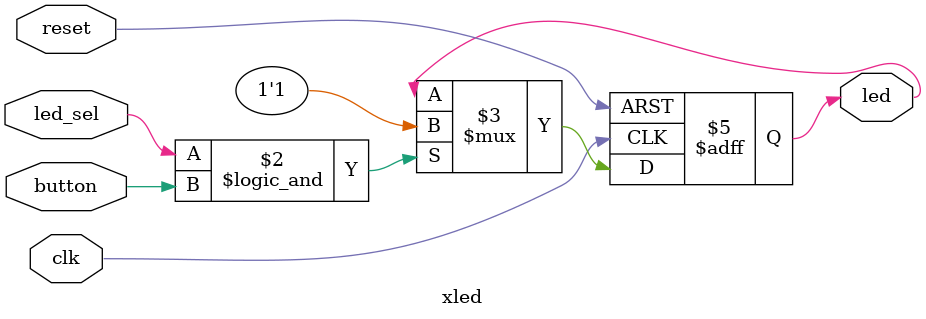
<source format=v>
`timescale 1ns / 1ps
`include "xdefs.vh"

module xled (
		input 	   reset,
		input 	   clk,
		input 	   led_sel,
	        input      button,
		output reg led
		);

 always @(posedge clk,posedge reset)
   if (reset)
     led <= 1'b0;
   else if(led_sel && button)
     led <= 1'b1;
     

endmodule

</source>
